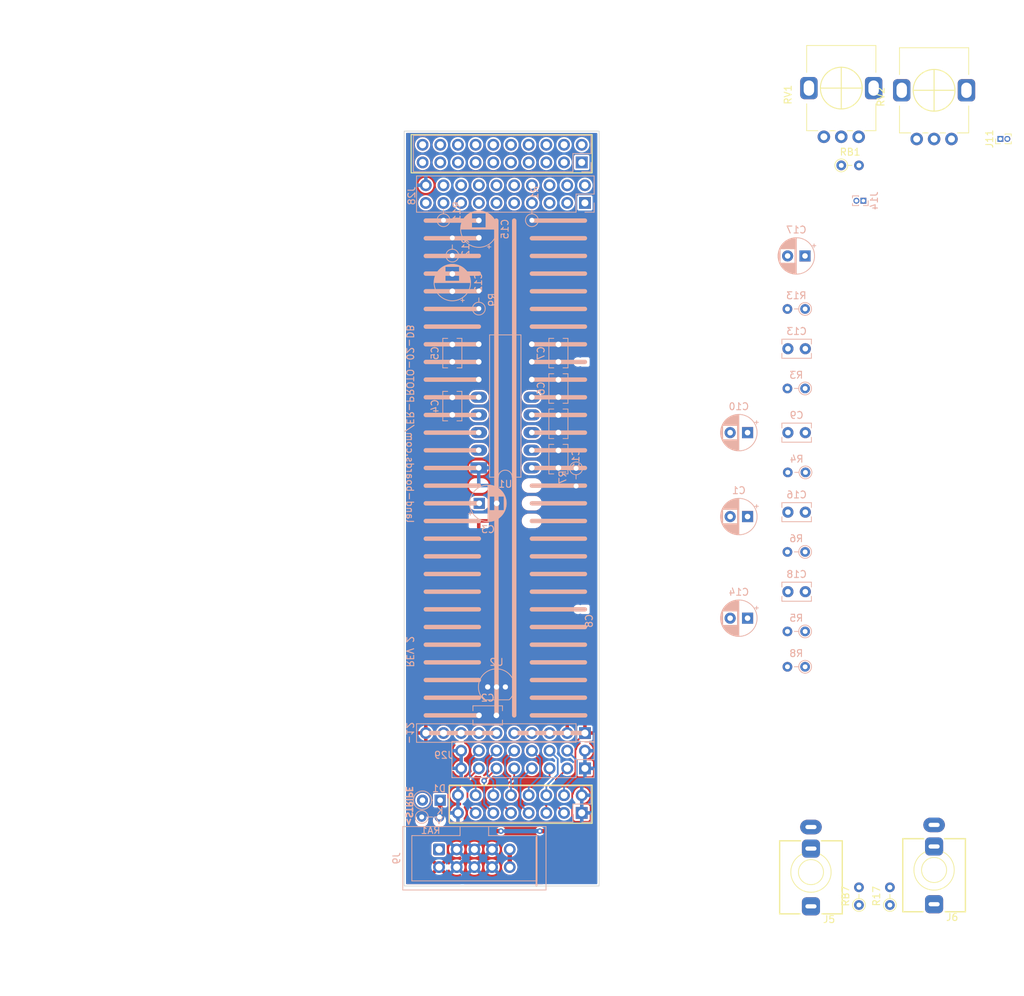
<source format=kicad_pcb>
(kicad_pcb (version 20211014) (generator pcbnew)
  (title_block (title "ER-PROTO-02") (date "2022-10-29") (rev "1") (company "LAND BOARDS, LLC") (comment 1 "EURORACK PROTOTYPE CARD") (comment 2 "6 POTS, 6 JACKS"))
  (layers (0 "F.Cu" signal) (31 "B.Cu" signal) (34 "B.Paste" user) (35 "F.Paste" user) (36 "B.SilkS" user "B.Silkscreen") (37 "F.SilkS" user "F.Silkscreen") (38 "B.Mask" user) (39 "F.Mask" user) (44 "Edge.Cuts" user))
  (net 0 "")
  (net 1 "Net-(C3-Pad1)")
  (net 2 "Net-(C4-Pad1)")
  (net 3 "Net-(C5-Pad1)")
  (net 4 "Net-(C6-Pad1)")
  (net 5 "Net-(C6-Pad2)")
  (net 6 "Net-(C7-Pad1)")
  (net 7 "Net-(C7-Pad2)")
  (net 8 "Net-(C8-Pad1)")
  (net 9 "Net-(C8-Pad2)")
  (net 10 "Net-(R3-Pad1)")
  (net 11 "Net-(C11-Pad1)")
  (net 12 "Net-(C11-Pad2)")
  (net 13 "/POT3-1")
  (net 14 "/POT3-2")
  (net 15 "/POT3-3")
  (net 16 "Net-(C12-Pad1)")
  (net 17 "/POT1-2")
  (net 18 "/POT1-3")
  (net 19 "/J1-T")
  (net 20 "/J2-T")
  (net 21 "/J3-T")
  (net 22 "/J4-T")
  (net 23 "GND")
  (net 24 "/J1-R_N")
  (net 25 "/J2-R_N")
  (net 26 "/J3-R_N")
  (net 27 "/J4-R_N")
  (net 28 "/J5-R_N")
  (net 29 "/J6-R_N")
  (net 30 "/J6-T")
  (net 31 "/J5-T")
  (net 32 "+12V")
  (net 33 "+5V")
  (net 34 "Net-(C14-Pad1)")
  (net 35 "/OUT")
  (net 36 "Net-(C15-Pad1)")
  (net 37 "Net-(C15-Pad2)")
  (net 38 "Net-(C17-Pad1)")
  (net 39 "/IN")
  (net 41 "Net-(J5-PadS)")
  (net 42 "Net-(J5-PadT)")
  (net 43 "Net-(J6-PadS)")
  (net 44 "Net-(J6-PadT)")
  (net 45 "Net-(J11-Pad1)")
  (net 46 "Net-(J11-Pad2)")
  (net 50 "Net-(J14-Pad1)")
  (net 54 "Net-(J8-Pad8)")
  (net 64 "Net-(J8-Pad18)")
  (net 65 "Net-(J8-Pad19)")
  (net 67 "unconnected-(J9-Pad2)")
  (net 72 "unconnected-(J15-Pad10)")
  (net 79 "/VCO")
  (net 86 "Net-(R1-Pad1)")
  (net 87 "Net-(D1-Pad2)")
  (net 88 "Net-(J7-Pad8)")
  (net 89 "+12VA")
  (net 90 "Net-(RB1-Pad1)")
  (net 91 "Net-(J7-Pad14)")
  (footprint "Connector_PinHeader_1.00mm:PinHeader_1x02_P1.00mm_Vertical" (layer "F.Cu") (at 184.15 11.115 90)
    (fp_text reference "J11" (at 0 -1.56 90) (layer "F.SilkS"))
    (fp_text value "JUMPER")
    (pad "1" thru_hole rect (at 0 0 90) (size 0.85 0.85) (drill 0.5) (layers *.Cu *.Mask) (net 45 "Net-(J11-Pad1)"))
    (pad "2" thru_hole oval (at 0 1 90) (size 0.85 0.85) (drill 0.5) (layers *.Cu *.Mask) (net 46 "Net-(J11-Pad2)"))
  )
  (footprint "Resistor_THT:R_Axial_DIN0204_L3.6mm_D1.6mm_P2.54mm_Vertical" (layer "F.Cu") (at 168.275 121.235 90)
    (fp_text reference "R17" (at 1.27 -1.92 90) (layer "F.SilkS"))
    (fp_text value "0")
    (pad "1" thru_hole circle (at 0 0 90) (size 1.4 1.4) (drill 0.7) (layers *.Cu *.Mask) (net 44 "Net-(J6-PadT)"))
    (pad "2" thru_hole oval (at 2.54 0 90) (size 1.4 1.4) (drill 0.7) (layers *.Cu *.Mask) (net 88 "Net-(J7-Pad8)"))
  )
  (footprint "Resistor_THT:R_Axial_DIN0204_L3.6mm_D1.6mm_P2.54mm_Vertical" (layer "F.Cu") (at 161.29 14.925)
    (fp_text reference "RB1" (at 1.27 -1.92) (layer "F.SilkS"))
    (fp_text value "18K")
    (pad "1" thru_hole circle (at 0 0) (size 1.4 1.4) (drill 0.7) (layers *.Cu *.Mask) (net 90 "Net-(RB1-Pad1)"))
    (pad "2" thru_hole oval (at 2.54 0) (size 1.4 1.4) (drill 0.7) (layers *.Cu *.Mask) (net 64 "Net-(J8-Pad18)"))
  )
  (footprint "LandBoards_Conns:RV09ACF" (layer "F.Cu") (at 174.625 4.13 90)
    (fp_text reference "RV2" (at -0.95 -7.65 90) (layer "F.SilkS"))
    (fp_text value "20K")
    (pad "" np_thru_hole roundrect (at 0 -4.65 90) (size 3.2 2.5) (drill oval 2.2 1.5) (layers F&B.Cu *.Mask))
    (pad "" np_thru_hole roundrect (at 0 4.65 90) (size 3.2 2.5) (drill oval 2.2 1.5) (layers F&B.Cu *.Mask) (roundrect_rratio 0.2314814815))
    (pad "1" thru_hole circle (at -7 2.5 90) (size 1.8 1.8) (drill 1) (layers *.Cu *.Mask) (net 54 "Net-(J8-Pad8)"))
    (pad "2" thru_hole circle (at -7 0 90) (size 1.8 1.8) (drill 1) (layers *.Cu *.Mask) (net 45 "Net-(J11-Pad1)"))
    (pad "3" thru_hole circle (at -7 -2.5 90) (size 1.8 1.8) (drill 1) (layers *.Cu *.Mask) (net 45 "Net-(J11-Pad1)"))
  )
  (footprint "AudioJacks:Jack_3.5mm_QingPu_WQP-PJ366ST_Vertical" (layer "F.Cu") (at 174.625 116.205 180)
    (fp_text reference "J6" (at -2.6 -6.8) (layer "F.SilkS"))
    (fp_text value "PJ-366ST")
    (pad "R" thru_hole roundrect locked (at 0 3.38 180) (size 2.6 2.6) (drill oval 1.6 0.6) (layers *.Cu *.Mask) (net 41 "Net-(J5-PadS)"))
    (pad "S" thru_hole oval locked (at 0 6.48 180) (size 3.1 2.1) (drill oval 1.6 0.6) (layers *.Cu *.Mask) (net 43 "Net-(J6-PadS)"))
    (pad "T" thru_hole roundrect locked (at 0 -4.92 180) (size 2.6 2.6) (drill oval 1.6 0.6) (layers *.Cu *.Mask) (net 44 "Net-(J6-PadT)"))
  )
  (footprint "AudioJacks:Jack_3.5mm_QingPu_WQP-PJ366ST_Vertical" (layer "F.Cu") (at 156.935 116.51 180)
    (fp_text reference "J5" (at -2.6 -6.8) (layer "F.SilkS"))
    (fp_text value "PJ-366ST")
    (pad "R" thru_hole roundrect locked (at 0 3.38 180) (size 2.6 2.6) (drill oval 1.6 0.6) (layers *.Cu *.Mask))
    (pad "S" thru_hole oval locked (at 0 6.48 180) (size 3.1 2.1) (drill oval 1.6 0.6) (layers *.Cu *.Mask) (net 41 "Net-(J5-PadS)"))
    (pad "T" thru_hole roundrect locked (at 0 -4.92 180) (size 2.6 2.6) (drill oval 1.6 0.6) (layers *.Cu *.Mask) (net 42 "Net-(J5-PadT)"))
  )
  (footprint "Resistor_THT:R_Axial_DIN0204_L3.6mm_D1.6mm_P2.54mm_Vertical" (layer "F.Cu") (at 163.83 121.235 90)
    (fp_text reference "RB7" (at 1.27 -1.92 90) (layer "F.SilkS"))
    (fp_text value "0")
    (pad "1" thru_hole circle (at 0 0 90) (size 1.4 1.4) (drill 0.7) (layers *.Cu *.Mask) (net 42 "Net-(J5-PadT)"))
    (pad "2" thru_hole oval (at 2.54 0 90) (size 1.4 1.4) (drill 0.7) (layers *.Cu *.Mask) (net 91 "Net-(J7-Pad14)"))
  )
  (footprint "LandBoards_Conns:RV09ACF" (layer "F.Cu") (at 161.29 3.815 90)
    (fp_text reference "RV1" (at -0.95 -7.65 90) (layer "F.SilkS"))
    (fp_text value "50K")
    (pad "" np_thru_hole roundrect (at 0 4.65 90) (size 3.2 2.5) (drill oval 2.2 1.5) (layers F&B.Cu *.Mask) (roundrect_rratio 0.2314814815))
    (pad "" np_thru_hole roundrect (at 0 -4.65 90) (size 3.2 2.5) (drill oval 2.2 1.5) (layers F&B.Cu *.Mask))
    (pad "1" thru_hole circle (at -7 2.5 90) (size 1.8 1.8) (drill 1) (layers *.Cu *.Mask) (net 50 "Net-(J14-Pad1)"))
    (pad "2" thru_hole circle (at -7 0 90) (size 1.8 1.8) (drill 1) (layers *.Cu *.Mask) (net 90 "Net-(RB1-Pad1)"))
    (pad "3" thru_hole circle (at -7 -2.5 90) (size 1.8 1.8) (drill 1) (layers *.Cu *.Mask) (net 65 "Net-(J8-Pad19)"))
  )
  (footprint "Resistor_THT:R_Axial_DIN0204_L3.6mm_D1.6mm_P2.54mm_Vertical" (layer "B.Cu") (at 101.015 108.585)
    (fp_text reference "RA1" (at 1.27 1.92) (layer "B.SilkS") (effects (justify mirror)))
    (fp_text value "10")
    (pad "1" thru_hole circle (at 0 0) (size 1.4 1.4) (drill 0.7) (layers *.Cu *.Mask) (net 87 "Net-(D1-Pad2)"))
    (pad "2" thru_hole oval (at 2.54 0) (size 1.4 1.4) (drill 0.7) (layers *.Cu *.Mask) (net 89 "+12VA"))
  )
  (footprint "Capacitor_THT:C_Rect_L4.0mm_W2.5mm_P2.50mm" (layer "B.Cu") (at 156.125112 76.2 180)
    (fp_text reference "C18" (at 1.25 2.5) (layer "B.SilkS") (effects (justify mirror)))
    (fp_text value "0.1uF")
    (pad "1" thru_hole circle (at 0 0 180) (size 1.6 1.6) (drill 0.8) (layers *.Cu *.Mask) (net 33 "+5V"))
    (pad "2" thru_hole circle (at 2.5 0 180) (size 1.6 1.6) (drill 0.8) (layers *.Cu *.Mask) (net 23 "GND"))
  )
  (footprint "Capacitor_THT:C_Rect_L4.0mm_W2.5mm_P2.50mm" (layer "B.Cu") (at 120.65 45.74 -90)
    (fp_text reference "C6" (at 1.25 2.5 90) (layer "B.SilkS") (effects (justify mirror)))
    (fp_text value "82nF")
    (pad "1" thru_hole circle (at 0 0 270) (size 1.6 1.6) (drill 0.8) (layers *.Cu *.Mask) (net 4 "Net-(C6-Pad1)"))
    (pad "2" thru_hole circle (at 2.5 0 270) (size 1.6 1.6) (drill 0.8) (layers *.Cu *.Mask) (net 5 "Net-(C6-Pad2)"))
  )
  (footprint "Package_DIP:DIP-16_W7.62mm_LongPads" (layer "B.Cu") (at 109.205 58.405)
    (fp_text reference "U1" (at 3.81 2.33) (layer "B.SilkS") (effects (justify mirror)))
    (fp_text value "PT2399")
    (pad "1" thru_hole rect (at 0 0) (size 2.4 1.6) (drill 0.8) (layers *.Cu *.Mask) (net 33 "+5V"))
    (pad "2" thru_hole oval (at 0 -2.54) (size 2.4 1.6) (drill 0.8) (layers *.Cu *.Mask) (net 1 "Net-(C3-Pad1)"))
    (pad "3" thru_hole oval (at 0 -5.08) (size 2.4 1.6) (drill 0.8) (layers *.Cu *.Mask) (net 23 "GND"))
    (pad "4" thru_hole oval (at 0 -7.62) (size 2.4 1.6) (drill 0.8) (layers *.Cu *.Mask) (net 23 "GND"))
    (pad "5" thru_hole oval (at 0 -10.16) (size 2.4 1.6) (drill 0.8) (layers *.Cu *.Mask))
    (pad "6" thru_hole oval (at 0 -12.7) (size 2.4 1.6) (drill 0.8) (layers *.Cu *.Mask) (net 86 "Net-(R1-Pad1)"))
    (pad "7" thru_hole oval (at 0 -15.24) (size 2.4 1.6) (drill 0.8) (layers *.Cu *.Mask) (net 2 "Net-(C4-Pad1)"))
    (pad "8" thru_hole oval (at 0 -17.78) (size 2.4 1.6) (drill 0.8) (layers *.Cu *.Mask) (net 3 "Net-(C5-Pad1)"))
    (pad "9" thru_hole oval (at 7.62 -17.78) (size 2.4 1.6) (drill 0.8) (layers *.Cu *.Mask) (net 6 "Net-(C7-Pad1)"))
    (pad "10" thru_hole oval (at 7.62 -15.24) (size 2.4 1.6) (drill 0.8) (layers *.Cu *.Mask) (net 7 "Net-(C7-Pad2)"))
    (pad "11" thru_hole oval (at 7.62 -12.7) (size 2.4 1.6) (drill 0.8) (layers *.Cu *.Mask) (net 4 "Net-(C6-Pad1)"))
    (pad "12" thru_hole oval (at 7.62 -10.16) (size 2.4 1.6) (drill 0.8) (layers *.Cu *.Mask) (net 5 "Net-(C6-Pad2)"))
    (pad "13" thru_hole oval (at 7.62 -7.62) (size 2.4 1.6) (drill 0.8) (layers *.Cu *.Mask) (net 9 "Net-(C8-Pad2)"))
    (pad "14" thru_hole oval (at 7.62 -5.08) (size 2.4 1.6) (drill 0.8) (layers *.Cu *.Mask) (net 8 "Net-(C8-Pad1)"))
    (pad "15" thru_hole oval (at 7.62 -2.54) (size 2.4 1.6) (drill 0.8) (layers *.Cu *.Mask) (net 12 "Net-(C11-Pad2)"))
    (pad "16" thru_hole oval (at 7.62 0) (size 2.4 1.6) (drill 0.8) (layers *.Cu *.Mask) (net 11 "Net-(C11-Pad1)"))
  )
  (footprint "Connector_PinHeader_2.54mm:PinHeader_2x10_P2.54mm_Vertical" (layer "B.Cu") (at 124.46 20.32 90)
    (fp_text reference "J28" (at 1.016 -24.892 90) (layer "B.SilkS") (effects (justify mirror)))
    (fp_text value "PROTO02_POTS")
    (pad "1" thru_hole rect (at 0 0 90) (size 1.7 1.7) (drill 1) (layers *.Cu *.Mask) (net 33 "+5V"))
    (pad "2" thru_hole oval (at 2.54 0 90) (size 1.7 1.7) (drill 1) (layers *.Cu *.Mask))
    (pad "3" thru_hole oval (at 0 -2.54 90) (size 1.7 1.7) (drill 1) (layers *.Cu *.Mask))
    (pad "4" thru_hole oval (at 2.54 -2.54 90) (size 1.7 1.7) (drill 1) (layers *.Cu *.Mask))
    (pad "5" thru_hole oval (at 0 -5.08 90) (size 1.7 1.7) (drill 1) (layers *.Cu *.Mask))
    (pad "6" thru_hole oval (at 2.54 -5.08 90) (size 1.7 1.7) (drill 1) (layers *.Cu *.Mask))
    (pad "7" thru_hole oval (at 0 -7.62 90) (size 1.7 1.7) (drill 1) (layers *.Cu *.Mask))
    (pad "8" thru_hole oval (at 2.54 -7.62 90) (size 1.7 1.7) (drill 1) (layers *.Cu *.Mask) (net 79 "/VCO"))
    (pad "9" thru_hole oval (at 0 -10.16 90) (size 1.7 1.7) (drill 1) (layers *.Cu *.Mask))
    (pad "10" thru_hole oval (at 2.54 -10.16 90) (size 1.7 1.7) (drill 1) (layers *.Cu *.Mask))
    (pad "11" thru_hole oval (at 0 -12.7 90) (size 1.7 1.7) (drill 1) (layers *.Cu *.Mask))
    (pad "12" thru_hole oval (at 2.54 -12.7 90) (size 1.7 1.7) (drill 1) (layers *.Cu *.Mask))
    (pad "13" thru_hole oval (at 0 -15.24 90) (size 1.7 1.7) (drill 1) (layers *.Cu *.Mask))
    (pad "14" thru_hole oval (at 2.54 -15.24 90) (size 1.7 1.7) (drill 1) (layers *.Cu *.Mask) (net 13 "/POT3-1"))
    (pad "15" thru_hole oval (at 0 -17.78 90) (size 1.7 1.7) (drill 1) (layers *.Cu *.Mask) (net 14 "/POT3-2"))
    (pad "16" thru_hole oval (at 2.54 -17.78 90) (size 1.7 1.7) (drill 1) (layers *.Cu *.Mask) (net 15 "/POT3-3"))
    (pad "17" thru_hole oval (at 0 -20.32 90) (size 1.7 1.7) (drill 1) (layers *.Cu *.Mask))
    (pad "18" thru_hole oval (at 2.54 -20.32 90) (size 1.7 1.7) (drill 1) (layers *.Cu *.Mask) (net 17 "/POT1-2"))
    (pad "19" thru_hole oval (at 0 -22.86 90) (size 1.7 1.7) (drill 1) (layers *.Cu *.Mask) (net 18 "/POT1-3"))
    (pad "20" thru_hole oval (at 2.54 -22.86 90) (size 1.7 1.7) (drill 1) (layers *.Cu *.Mask) (net 23 "GND"))
  )
  (footprint "Resistor_THT:R_Axial_DIN0204_L3.6mm_D1.6mm_P2.54mm_Vertical" (layer "B.Cu") (at 116.84 22.81 90)
    (fp_text reference "R1" (at 3.985 0.407 90) (layer "B.SilkS") (effects (justify mirror)))
    (fp_text value "1K")
    (pad "1" thru_hole circle (at 0 0 90) (size 1.4 1.4) (drill 0.7) (layers *.Cu *.Mask) (net 86 "Net-(R1-Pad1)"))
    (pad "2" thru_hole oval (at 2.54 0 90) (size 1.4 1.4) (drill 0.7) (layers *.Cu *.Mask) (net 79 "/VCO"))
  )
  (footprint "Resistor_THT:R_Axial_DIN0204_L3.6mm_D1.6mm_P2.54mm_Vertical" (layer "B.Cu") (at 109.22 35.51 90)
    (fp_text reference "R9" (at 1.27 1.92 90) (layer "B.SilkS") (effects (justify mirror)))
    (fp_text value "5.6K")
    (pad "1" thru_hole circle (at 0 0 90) (size 1.4 1.4) (drill 0.7) (layers *.Cu *.Mask) (net 8 "Net-(C8-Pad1)"))
    (pad "2" thru_hole oval (at 2.54 0 90) (size 1.4 1.4) (drill 0.7) (layers *.Cu *.Mask) (net 16 "Net-(C12-Pad1)"))
  )
  (footprint "Resistor_THT:R_Axial_DIN0204_L3.6mm_D1.6mm_P2.54mm_Vertical" (layer "B.Cu") (at 123.19 58.47 -90)
    (fp_text reference "R7" (at 1.27 1.92 90) (layer "B.SilkS") (effects (justify mirror)))
    (fp_text value "10K")
    (pad "1" thru_hole circle (at 0 0 270) (size 1.4 1.4) (drill 0.7) (layers *.Cu *.Mask) (net 11 "Net-(C11-Pad1)"))
    (pad "2" thru_hole oval (at 2.54 0 270) (size 1.4 1.4) (drill 0.7) (layers *.Cu *.Mask) (net 36 "Net-(C15-Pad1)"))
  )
  (footprint "Resistor_THT:R_Axial_DIN0204_L3.6mm_D1.6mm_P2.54mm_Vertical" (layer "B.Cu") (at 156.095112 70.485 180)
    (fp_text reference "R6" (at 1.27 1.92) (layer "B.SilkS") (effects (justify mirror)))
    (fp_text value "10K")
    (pad "1" thru_hole circle (at 0 0 180) (size 1.4 1.4) (drill 0.7) (layers *.Cu *.Mask) (net 12 "Net-(C11-Pad2)"))
    (pad "2" thru_hole oval (at 2.54 0 180) (size 1.4 1.4) (drill 0.7) (layers *.Cu *.Mask) (net 36 "Net-(C15-Pad1)"))
  )
  (footprint "Resistor_THT:R_Axial_DIN0204_L3.6mm_D1.6mm_P2.54mm_Vertical" (layer "B.Cu") (at 105.41 27.89 90)
    (fp_text reference "R12" (at 1.27 1.92 90) (layer "B.SilkS") (effects (justify mirror)))
    (fp_text value "15K")
    (pad "1" thru_hole circle (at 0 0 90) (size 1.4 1.4) (drill 0.7) (layers *.Cu *.Mask) (net 38 "Net-(C17-Pad1)"))
    (pad "2" thru_hole oval (at 2.54 0 90) (size 1.4 1.4) (drill 0.7) (layers *.Cu *.Mask) (net 36 "Net-(C15-Pad1)"))
  )
  (footprint "Capacitor_THT:CP_Radial_D5.0mm_P2.50mm" (layer "B.Cu") (at 147.825224 65.405 180)
    (fp_text reference "C1" (at 1.25 3.75) (layer "B.SilkS") (effects (justify mirror)))
    (fp_text value "47uF")
    (pad "1" thru_hole rect (at 0 0 180) (size 1.6 1.6) (drill 0.8) (layers *.Cu *.Mask) (net 32 "+12V"))
    (pad "2" thru_hole circle (at 2.5 0 180) (size 1.6 1.6) (drill 0.8) (layers *.Cu *.Mask) (net 23 "GND"))
  )
  (footprint "Capacitor_THT:C_Rect_L4.0mm_W2.5mm_P2.50mm" (layer "B.Cu") (at 156.125112 64.77 180)
    (fp_text reference "C16" (at 1.25 2.5) (layer "B.SilkS") (effects (justify mirror)))
    (fp_text value "3.3nF")
    (pad "1" thru_hole circle (at 0 0 180) (size 1.6 1.6) (drill 0.8) (layers *.Cu *.Mask) (net 36 "Net-(C15-Pad1)"))
    (pad "2" thru_hole circle (at 2.5 0 180) (size 1.6 1.6) (drill 0.8) (layers *.Cu *.Mask) (net 23 "GND"))
  )
  (footprint "Connector_PinHeader_1.00mm:PinHeader_1x02_P1.00mm_Vertical" (layer "B.Cu") (at 164.465 20.005 90)
    (fp_text reference "J14" (at 0 1.56 270) (layer "B.SilkS") (effects (justify mirror)))
    (fp_text value "JUMPER")
    (pad "1" thru_hole rect (at 0 0 90) (size 0.85 0.85) (drill 0.5) (layers *.Cu *.Mask) (net 50 "Net-(J14-Pad1)"))
    (pad "2" thru_hole oval (at 0 -1 90) (size 0.85 0.85) (drill 0.5) (layers *.Cu *.Mask) (net 46 "Net-(J11-Pad2)"))
  )
  (footprint "Resistor_THT:R_Axial_DIN0204_L3.6mm_D1.6mm_P2.54mm_Vertical" (layer "B.Cu") (at 156.095112 86.995 180)
    (fp_text reference "R8" (at 1.27 1.92) (layer "B.SilkS") (effects (justify mirror)))
    (fp_text value "4.7K")
    (pad "1" thru_hole circle (at 0 0 180) (size 1.4 1.4) (drill 0.7) (layers *.Cu *.Mask) (net 12 "Net-(C11-Pad2)"))
    (pad "2" thru_hole oval (at 2.54 0 180) (size 1.4 1.4) (drill 0.7) (layers *.Cu *.Mask) (net 34 "Net-(C14-Pad1)"))
  )
  (footprint "Resistor_THT:R_Axial_DIN0204_L3.6mm_D1.6mm_P2.54mm_Vertical" (layer "B.Cu") (at 156.095112 46.99 180)
    (fp_text reference "R3" (at 1.27 1.92) (layer "B.SilkS") (effects (justify mirror)))
    (fp_text value "10K")
    (pad "1" thru_hole circle (at 0 0 180) (size 1.4 1.4) (drill 0.7) (layers *.Cu *.Mask) (net 10 "Net-(R3-Pad1)"))
    (pad "2" thru_hole oval (at 2.54 0 180) (size 1.4 1.4) (drill 0.7) (layers *.Cu *.Mask) (net 5 "Net-(C6-Pad2)"))
  )
  (footprint "Capacitor_THT:CP_Radial_D5.0mm_P2.50mm" (layer "B.Cu") (at 109.284888 63.5)
    (fp_text reference "C3" (at 1.25 3.75) (layer "B.SilkS") (effects (justify mirror)))
    (fp_text value "47uF")
    (pad "1" thru_hole rect (at 0 0) (size 1.6 1.6) (drill 0.8) (layers *.Cu *.Mask) (net 1 "Net-(C3-Pad1)"))
    (pad "2" thru_hole circle (at 2.5 0) (size 1.6 1.6) (drill 0.8) (layers *.Cu *.Mask) (net 23 "GND"))
  )
  (footprint "Connector_PinHeader_2.54mm:PinHeader_2x08_P2.54mm_Vertical" (layer "B.Cu") (at 124.46 101.6 90)
    (fp_text reference "J29" (at 1.905 -20.32 180) (layer "B.SilkS") (effects (justify mirror)))
    (fp_text value "PROTO02_JACKS")
    (pad "1" thru_hole rect (at 0 0 90) (size 1.7 1.7) (drill 1) (layers *.Cu *.Mask) (net 23 "GND"))
    (pad "2" thru_hole oval (at 2.54 0 90) (size 1.7 1.7) (drill 1) (layers *.Cu *.Mask) (net 23 "GND"))
    (pad "3" thru_hole oval (at 0 -2.54 90) (size 1.7 1.7) (drill 1) (layers *.Cu *.Mask) (net 29 "/J6-R_N"))
    (pad "4" thru_hole oval (at 2.54 -2.54 90) (size 1.7 1.7) (drill 1) (layers *.Cu *.Mask) (net 30 "/J6-T"))
    (pad "5" thru_hole oval (at 0 -5.08 90) (size 1.7 1.7) (drill 1) (layers *.Cu *.Mask) (net 27 "/J4-R_N"))
    (pad "6" thru_hole oval (at 2.54 -5.08 90) (size 1.7 1.7) (drill 1) (layers *.Cu *.Mask) (net 22 "/J4-T"))
    (pad "7" thru_hole oval (at 0 -7.62 90) (size 1.7 1.7) (drill 1) (layers *.Cu *.Mask) (net 25 "/J2-R_N"))
    (pad "8" thru_hole oval (at 2.54 -7.62 90) (size 1.7 1.7) (drill 1) (layers *.Cu *.Mask) (net 20 "/J2-T"))
    (pad "9" thru_hole oval (at 0 -10.16 90) (size 1.7 1.7) (drill 1) (layers *.Cu *.Mask) (net 24 "/J1-R_N"))
    (pad "10" thru_hole oval (at 2.54 -10.16 90) (size 1.7 1.7) (drill 1) (layers *.Cu *.Mask) (net 19 "/J1-T"))
    (pad "11" thru_hole oval (at 0 -12.7 90) (size 1.7 1.7) (drill 1) (layers *.Cu *.Mask) (net 26 "/J3-R_N"))
    (pad "12" thru_hole oval (at 2.54 -12.7 90) (size 1.7 1.7) (drill 1) (layers *.Cu *.Mask) (net 21 "/J3-T"))
    (pad "13" thru_hole oval (at 0 -15.24 90) (size 1.7 1.7) (drill 1) (layers *.Cu *.Mask) (net 28 "/J5-R_N"))
    (pad "14" thru_hole oval (at 2.54 -15.24 90) (size 1.7 1.7) (drill 1) (layers *.Cu *.Mask) (net 31 "/J5-T"))
    (pad "15" thru_hole oval (at 0 -17.78 90) (size 1.7 1.7) (drill 1) (layers *.Cu *.Mask) (net 23 "GND"))
    (pad "16" thru_hole oval (at 2.54 -17.78 90) (size 1.7 1.7) (drill 1) (layers *.Cu *.Mask) (net 23 "GND"))
  )
  (footprint "Resistor_THT:R_Axial_DIN0204_L3.6mm_D1.6mm_P2.54mm_Vertical" (layer "B.Cu") (at 156.095112 35.56 180)
    (fp_text reference "R13" (at 1.27 1.92) (layer "B.SilkS") (effects (justify mirror)))
    (fp_text value "100K")
    (pad "1" thru_hole circle (at 0 0 180) (size 1.4 1.4) (drill 0.7) (layers *.Cu *.Mask) (net 23 "GND"))
    (pad "2" thru_hole oval (at 2.54 0 180) (size 1.4 1.4) (drill 0.7) (layers *.Cu *.Mask) (net 39 "/IN"))
  )
  (footprint "Package_TO_SOT_THT:TO-92_Inline" (layer "B.Cu") (at 113.03 89.895 180)
    (fp_text reference "U2" (at 1.27 3.56) (layer "B.SilkS") (effects (justify mirror)))
    (fp_text value "L78L05_TO92")
    (pad "1" thru_hole rect (at 0 0 180) (size 1.05 1.5) (drill 0.75) (layers *.Cu *.Mask) (net 33 "+5V"))
    (pad "2" thru_hole oval (at 1.27 0 180) (size 1.05 1.5) (drill 0.75) (layers *.Cu *.Mask) (net 23 "GND"))
    (pad "3" thru_hole oval (at 2.54 0 180) (size 1.05 1.5) (drill 0.75) (layers *.Cu *.Mask) (net 32 "+12V"))
  )
  (footprint "Capacitor_THT:CP_Radial_D5.0mm_P2.50mm" (layer "B.Cu") (at 105.41 33.02 90)
    (fp_text reference "C12" (at 1.25 3.75 90) (layer "B.SilkS") (effects (justify mirror)))
    (fp_text value "10uF")
    (pad "1" thru_hole rect (at 0 0 90) (size 1.6 1.6) (drill 0.8) (layers *.Cu *.Mask) (net 16 "Net-(C12-Pad1)"))
    (pad "2" thru_hole circle (at 2.5 0 90) (size 1.6 1.6) (drill 0.8) (layers *.Cu *.Mask) (net 18 "/POT1-3"))
  )
  (footprint "Capacitor_THT:C_Rect_L4.0mm_W2.5mm_P2.50mm" (layer "B.Cu") (at 120.65 40.66 -90)
    (fp_text reference "C7" (at 1.25 2.5 90) (layer "B.SilkS") (effects (justify mirror)))
    (fp_text value "82nF")
    (pad "1" thru_hole circle (at 0 0 270) (size 1.6 1.6) (drill 0.8) (layers *.Cu *.Mask) (net 6 "Net-(C7-Pad1)"))
    (pad "2" thru_hole circle (at 2.5 0 270) (size 1.6 1.6) (drill 0.8) (layers *.Cu *.Mask) (net 7 "Net-(C7-Pad2)"))
  )
  (footprint "Capacitor_THT:CP_Radial_D5.0mm_P2.50mm" (layer "B.Cu") (at 156.080224 27.94 180)
    (fp_text reference "C17" (at 1.25 3.75) (layer "B.SilkS") (effects (justify mirror)))
    (fp_text value "4.7uF")
    (pad "1" thru_hole rect (at 0 0 180) (size 1.6 1.6) (drill 0.8) (layers *.Cu *.Mask) (net 38 "Net-(C17-Pad1)"))
    (pad "2" thru_hole circle (at 2.5 0 180) (size 1.6 1.6) (drill 0.8) (layers *.Cu *.Mask) (net 39 "/IN"))
  )
  (footprint "Capacitor_THT:C_Rect_L4.0mm_W2.5mm_P2.50mm" (layer "B.Cu") (at 156.125112 53.34 180)
    (fp_text reference "C9" (at 1.25 2.5) (layer "B.SilkS") (effects (justify mirror)))
    (fp_text value "3.3nF")
    (pad "1" thru_hole circle (at 0 0 180) (size 1.6 1.6) (drill 0.8) (layers *.Cu *.Mask) (net 10 "Net-(R3-Pad1)"))
    (pad "2" thru_hole circle (at 2.5 0 180) (size 1.6 1.6) (drill 0.8) (layers *.Cu *.Mask) (net 23 "GND"))
  )
  (footprint "Connector_IDC:IDC-Header_2x05_P2.54mm_Vertical" (layer "B.Cu") (at 103.5 113.2475 -90)
    (fp_text reference "J9" (at 1.27 6.1 90) (layer "B.SilkS") (effects (justify mirror)))
    (fp_text value "ER-PWR-2X5")
    (pad "1" thru_hole roundrect (at 0 0 270) (size 1.7 1.7) (drill 1) (layers *.Cu *.Mask) (roundrect_rratio 0.147059))
    (pad "2" thru_hole circle (at 2.54 0 270) (size 1.7 1.7) (drill 1) (layers *.Cu *.Mask) (net 67 "unconnected-(J9-Pad2)"))
    (pad "3" thru_hole circle (at 0 -2.54 270) (size 1.7 1.7) (drill 1) (layers *.Cu *.Mask) (net 23 "GND"))
    (pad "4" thru_hole circle (at 2.54 -2.54 270) (size 1.7 1.7) (drill 1) (layers *.Cu *.Mask) (net 23 "GND"))
    (pad "5" thru_hole circle (at 0 -5.08 270) (size 1.7 1.7) (drill 1) (layers *.Cu *.Mask) (net 23 "GND"))
    (pad "6" thru_hole circle (at 2.54 -5.08 270) (size 1.7 1.7) (drill 1) (layers *.Cu *.Mask) (net 23 "GND"))
    (pad "7" thru_hole circle (at 0 -7.62 270) (size 1.7 1.7) (drill 1) (layers *.Cu *.Mask) (net 23 "GND"))
    (pad "8" thru_hole circle (at 2.54 -7.62 270) (size 1.7 1.7) (drill 1) (layers *.Cu *.Mask) (net 23 "GND"))
    (pad "9" thru_hole circle (at 0 -10.16 270) (size 1.7 1.7) (drill 1) (layers *.Cu *.Mask) (net 89 "+12VA"))
    (pad "10" thru_hole circle (at 2.54 -10.16 270) (size 1.7 1.7) (drill 1) (layers *.Cu *.Mask) (net 89 "+12VA"))
  )
  (footprint "Capacitor_THT:C_Rect_L4.0mm_W2.5mm_P2.50mm" (layer "B.Cu") (at 120.65 58.4 90)
    (fp_text reference "C11" (at 1.25 2.5 90) (layer "B.SilkS") (effects (justify mirror)))
    (fp_text value "560pF")
    (pad "1" thru_hole circle (at 0 0 90) (size 1.6 1.6) (drill 0.8) (layers *.Cu *.Mask) (net 11 "Net-(C11-Pad1)"))
    (pad "2" thru_hole circle (at 2.5 0 90) (size 1.6 1.6) (drill 0.8) (layers *.Cu *.Mask) (net 12 "Net-(C11-Pad2)"))
  )
  (footprint "Capacitor_THT:CP_Radial_D5.0mm_P2.50mm" (layer "B.Cu") (at 147.825224 53.34 180)
    (fp_text reference "C10" (at 1.25 3.75) (layer "B.SilkS") (effects (justify mirror)))
    (fp_text value "100uF")
    (pad "1" thru_hole rect (at 0 0 180) (size 1.6 1.6) (drill 0.8) (layers *.Cu *.Mask) (net 33 "+5V"))
    (pad "2" thru_hole circle (at 2.5 0 180) (size 1.6 1.6) (drill 0.8) (layers *.Cu *.Mask) (net 23 "GND"))
  )
  (footprint "Capacitor_THT:CP_Radial_D5.0mm_P2.50mm" (layer "B.Cu") (at 147.825224 80.01 180)
    (fp_text reference "C14" (at 1.25 3.75) (layer "B.SilkS") (effects (justify mirror)))
    (fp_text value "10uF")
    (pad "1" thru_hole rect (at 0 0 180) (size 1.6 1.6) (drill 0.8) (layers *.Cu *.Mask) (net 34 "Net-(C14-Pad1)"))
    (pad "2" thru_hole circle (at 2.5 0 180) (size 1.6 1.6) (drill 0.8) (layers *.Cu *.Mask) (net 35 "/OUT"))
  )
  (footprint "Capacitor_THT:C_Rect_L4.0mm_W2.5mm_P2.50mm" (layer "B.Cu") (at 105.41 40.66 -90)
    (fp_text reference "C5" (at 1.25 2.5 90) (layer "B.SilkS") (effects (justify mirror)))
    (fp_text value "0.1uF")
    (pad "1" thru_hole circle (at 0 0 270) (size 1.6 1.6) (drill 0.8) (layers *.Cu *.Mask) (net 3 "Net-(C5-Pad1)"))
    (pad "2" thru_hole circle (at 2.5 0 270) (size 1.6 1.6) (drill 0.8) (layers *.Cu *.Mask) (net 23 "GND"))
  )
  (footprint "Resistor_THT:R_Axial_DIN0204_L3.6mm_D1.6mm_P2.54mm_Vertical" (layer "B.Cu") (at 156.145112 59.055 180)
    (fp_text reference "R4" (at 1.27 1.92) (layer "B.SilkS") (effects (justify mirror)))
    (fp_text value "10K")
    (pad "1" thru_hole circle (at 0 0 180) (size 1.4 1.4) (drill 0.7) (layers *.Cu *.Mask) (net 10 "Net-(R3-Pad1)"))
    (pad "2" thru_hole oval (at 2.54 0 180) (size 1.4 1.4) (drill 0.7) (layers *.Cu *.Mask) (net 9 "Net-(C8-Pad2)"))
  )
  (footprint "Capacitor_THT:C_Rect_L4.0mm_W2.5mm_P2.50mm" (layer "B.Cu") (at 105.41 48.28 -90)
    (fp_text reference "C4" (at 1.25 2.5 90) (layer "B.SilkS") (effects (justify mirror)))
    (fp_text value "0.1uF")
    (pad "1" thru_hole circle (at 0 0 270) (size 1.6 1.6) (drill 0.8) (layers *.Cu *.Mask) (net 2 "Net-(C4-Pad1)"))
    (pad "2" thru_hole circle (at 2.5 0 270) (size 1.6 1.6) (drill 0.8) (layers *.Cu *.Mask) (net 23 "GND"))
  )
  (footprint "Capacitor_THT:CP_Radial_D5.0mm_P2.50mm" (layer "B.Cu") (at 109.22 25.335113 90)
    (fp_text reference "C15" (at 1.25 3.75 90) (layer "B.SilkS") (effects (justify mirror)))
    (fp_text value "4.7uF")
    (pad "1" thru_hole rect (at 0 0 90) (size 1.6 1.6) (drill 0.8) (layers *.Cu *.Mask) (net 36 "Net-(C15-Pad1)"))
    (pad "2" thru_hole circle (at 2.5 0 90) (size 1.6 1.6) (drill 0.8) (layers *.Cu *.Mask) (net 37 "Net-(C15-Pad2)"))
  )
  (footprint "Resistor_THT:R_Axial_DIN0204_L3.6mm_D1.6mm_P2.54mm_Vertical" (layer "B.Cu") (at 156.095112 81.915 180)
    (fp_text reference "R5" (at 1.27 1.92) (layer "B.SilkS") (effects (justify mirror)))
    (fp_text value "15K")
    (pad "1" thru_hole circle (at 0 0 180) (size 1.4 1.4) (drill 0.7) (layers *.Cu *.Mask) (net 10 "Net-(R3-Pad1)"))
    (pad "2" thru_hole oval (at 2.54 0 180) (size 1.4 1.4) (drill 0.7) (layers *.Cu *.Mask) (net 8 "Net-(C8-Pad1)"))
  )
  (footprint "Diode_THT:D_DO-35_SOD27_P2.54mm_Vertical_KathodeUp" (layer "B.Cu") (at 103.660686 106.172 180)
    (fp_text reference "D1" (at 0.160686 1.672 180) (layer "B.SilkS") (effects (justify mirror)))
    (fp_text value "BAT41")
    (fp_text user "K" (at 0.028686 -1.524) (layer "B.SilkS") (effects (justify mirror)))
    (pad "1" thru_hole rect (at 0 0 180) (size 1.6 1.6) (drill 0.8) (layers *.Cu *.Mask) (net 32 "+12V"))
    (pad "2" thru_hole oval (at 2.54 0 180) (size 1.6 1.6) (drill 0.8) (layers *.Cu *.Mask) (net 87 "Net-(D1-Pad2)"))
  )
  (footprint "Connector_PinHeader_2.54mm:PinHeader_2x10_P2.54mm_Vertical" (layer "B.Cu") (at 124 14.5 90)
    (fp_text reference "J8" hide)
    (fp_text value "PROTO02_POTS")
    (pad "1" thru_hole rect (at 0 0 90) (size 1.7 1.7) (drill 1) (layers *.Cu *.Mask) (net 46 "Net-(J11-Pad2)"))
    (pad "2" thru_hole oval (at 2.54 0 90) (size 1.7 1.7) (drill 1) (layers *.Cu *.Mask))
    (pad "3" thru_hole oval (at 0 -2.54 90) (size 1.7 1.7) (drill 1) (layers *.Cu *.Mask))
    (pad "4" thru_hole oval (at 2.54 -2.54 90) (size 1.7 1.7) (drill 1) (layers *.Cu *.Mask))
    (pad "5" thru_hole oval (at 0 -5.08 90) (size 1.7 1.7) (drill 1) (layers *.Cu *.Mask))
    (pad "6" thru_hole oval (at 2.54 -5.08 90) (size 1.7 1.7) (drill 1) (layers *.Cu *.Mask))
    (pad "7" thru_hole oval (at 0 -7.62 90) (size 1.7 1.7) (drill 1) (layers *.Cu *.Mask))
    (pad "8" thru_hole oval (at 2.54 -7.62 90) (size 1.7 1.7) (drill 1) (layers *.Cu *.Mask) (net 54 "Net-(J8-Pad8)"))
    (pad "9" thru_hole oval (at 0 -10.16 90) (size 1.7 1.7) (drill 1) (layers *.Cu *.Mask))
    (pad "10" thru_hole oval (at 2.54 -10.16 90) (size 1.7 1.7) (drill 1) (layers *.Cu *.Mask))
    (pad "11" thru_hole oval (at 0 -12.7 90) (size 1.7 1.7) (drill 1) (layers *.Cu *.Mask))
    (pad "12" thru_hole oval (at 2.54 -12.7 90) (size 1.7 1.7) (drill 1) (layers *.Cu *.Mask))
    (pad "13" thru_hole oval (at 0 -15.24 90) (size 1.7 1.7) (drill 1) (layers *.Cu *.Mask))
    (pad "14" thru_hole oval (at 2.54 -15.24 90) (size 1.7 1.7) (drill 1) (layers *.Cu *.Mask))
    (pad "15" thru_hole oval (at 0 -17.78 90) (size 1.7 1.7) (drill 1) (layers *.Cu *.Mask))
    (pad "16" thru_hole oval (at 2.54 -17.78 90) (size 1.7 1.7) (drill 1) (layers *.Cu *.Mask))
    (pad "17" thru_hole oval (at 0 -20.32 90) (size 1.7 1.7) (drill 1) (layers *.Cu *.Mask))
    (pad "18" thru_hole oval (at 2.54 -20.32 90) (size 1.7 1.7) (drill 1) (layers *.Cu *.Mask) (net 64 "Net-(J8-Pad18)"))
    (pad "19" thru_hole oval (at 0 -22.86 90) (size 1.7 1.7) (drill 1) (layers *.Cu *.Mask) (net 65 "Net-(J8-Pad19)"))
    (pad "20" thru_hole oval (at 2.54 -22.86 90) (size 1.7 1.7) (drill 1) (layers *.Cu *.Mask) (net 46 "Net-(J11-Pad2)"))
  )
  (footprint "Connector_PinHeader_2.54mm:PinHeader_2x08_P2.54mm_Vertical" (layer "B.Cu") (at 124 108 90)
    (fp_text reference "J7" hide)
    (fp_text value "PROTO02_JACKS")
    (pad "1" thru_hole rect (at 0 0 90) (size 1.7 1.7) (drill 1) (layers *.Cu *.Mask) (net 23 "GND"))
    (pad "2" thru_hole oval (at 2.54 0 90) (size 1.7 1.7) (drill 1) (layers *.Cu *.Mask) (net 23 "GND"))
    (pad "3" thru_hole oval (at 0 -2.54 90) (size 1.7 1.7) (drill 1) (layers *.Cu *.Mask) (net 29 "/J6-R_N"))
    (pad "4" thru_hole oval (at 2.54 -2.54 90) (size 1.7 1.7) (drill 1) (layers *.Cu *.Mask) (net 30 "/J6-T"))
    (pad "5" thru_hole oval (at 0 -5.08 90) (size 1.7 1.7) (drill 1) (layers *.Cu *.Mask) (net 27 "/J4-R_N"))
    (pad "6" thru_hole oval (at 2.54 -5.08 90) (size 1.7 1.7) (drill 1) (layers *.Cu *.Mask) (net 22 "/J4-T"))
    (pad "7" thru_hole oval (at 0 -7.62 90) (size 1.7 1.7) (drill 1) (layers *.Cu *.Mask) (net 25 "/J2-R_N"))
    (pad "8" thru_hole oval (at 2.54 -7.62 90) (size 1.7 1.7) (drill 1) (layers *.Cu *.Mask) (net 20 "/J2-T"))
    (pad "9" thru_hole oval (at 0 -10.16 90) (size 1.7 1.7) (drill 1) (layers *.Cu *.Mask) (net 24 "/J1-R_N"))
    (pad "10" thru_hole oval (at 2.54 -10.16 90) (size 1.7 1.7) (drill 1) (layers *.Cu *.Mask) (net 19 "/J1-T"))
    (pad "11" thru_hole oval (at 0 -12.7 90) (size 1.7 1.7) (drill 1) (layers *.Cu *.Mask) (net 26 "/J3-R_N"))
    (pad "12" thru_hole oval (at 2.54 -12.7 90) (size 1.7 1.7) (drill 1) (layers *.Cu *.Mask) (net 21 "/J3-T"))
    (pad "13" thru_hole oval (at 0 -15.24 90) (size 1.7 1.7) (drill 1) (layers *.Cu *.Mask) (net 28 "/J5-R_N"))
    (pad "14" thru_hole oval (at 2.54 -15.24 90) (size 1.7 1.7) (drill 1) (layers *.Cu *.Mask) (net 31 "/J5-T"))
    (pad "15" thru_hole oval (at 0 -17.78 90) (size 1.7 1.7) (drill 1) (layers *.Cu *.Mask) (net 23 "GND"))
    (pad "16" thru_hole oval (at 2.54 -17.78 90) (size 1.7 1.7) (drill 1) (layers *.Cu *.Mask) (net 23 "GND"))
  )
  (footprint "Connector_PinHeader_2.54mm:PinHeader_1x10_P2.54mm_Vertical" (layer "B.Cu") (at 124.46 96.52 90)
    (fp_text reference "J15" hide)
    (fp_text value "Conn_01x10")
    (pad "1" thru_hole rect (at 0 0 90) (size 1.7 1.7) (drill 1) (layers *.Cu *.Mask) (net 32 "+12V"))
    (pad "2" thru_hole oval (at 0 -2.54 90) (size 1.7 1.7) (drill 1) (layers *.Cu *.Mask) (net 32 "+12V"))
    (pad "3" thru_hole oval (at 0 -5.08 90) (size 1.7 1.7) (drill 1) (layers *.Cu *.Mask) (net 32 "+12V"))
    (pad "4" thru_hole oval (at 0 -7.62 90) (size 1.7 1.7) (drill 1) (layers *.Cu *.Mask) (net 32 "+12V"))
    (pad "5" thru_hole oval (at 0 -10.16 90) (size 1.7 1.7) (drill 1) (layers *.Cu *.Mask) (net 32 "+12V"))
    (pad "6" thru_hole oval (at 0 -12.7 90) (size 1.7 1.7) (drill 1) (layers *.Cu *.Mask))
    (pad "7" thru_hole oval (at 0 -15.24 90) (size 1.7 1.7) (drill 1) (layers *.Cu *.Mask))
    (pad "8" thru_hole oval (at 0 -17.78 90) (size 1.7 1.7) (drill 1) (layers *.Cu *.Mask))
    (pad "9" thru_hole oval (at 0 -20.32 90) (size 1.7 1.7) (drill 1) (layers *.Cu *.Mask))
    (pad "10" thru_hole oval (at 0 -22.86 90) (size 1.7 1.7) (drill 1) (layers *.Cu *.Mask) (net 72 "unconnected-(J15-Pad10)"))
  )
  (footprint "Capacitor_THT:C_Rect_L4.0mm_W2.5mm_P2.50mm" (layer "B.Cu") (at 156.125112 41.275 180)
    (fp_text reference "C13" (at 1.25 2.5) (layer "B.SilkS") (effects (justify mirror)))
    (fp_text value "0.01uF")
    (pad "1" thru_hole circle (at 0 0 180) (size 1.6 1.6) (drill 0.8) (layers *.Cu *.Mask) (net 16 "Net-(C12-Pad1)"))
    (pad "2" thru_hole circle (at 2.5 0 180) (size 1.6 1.6) (drill 0.8) (layers *.Cu *.Mask) (net 23 "GND"))
  )
  (footprint "Capacitor_THT:C_Rect_L4.0mm_W2.5mm_P2.50mm" (layer "B.Cu") (at 111.74 93.98 180)
    (fp_text reference "C2" (at 1.25 2.5) (layer "B.SilkS") (effects (justify mirror)))
    (fp_text value "0.1uF")
    (pad "1" thru_hole circle (at 0 0 180) (size 1.6 1.6) (drill 0.8) (layers *.Cu *.Mask) (net 32 "+12V"))
    (pad "2" thru_hole circle (at 2.5 0 180) (size 1.6 1.6) (drill 0.8) (layers *.Cu *.Mask) (net 23 "GND"))
  )
  (footprint "Resistor_THT:R_Axial_DIN0204_L3.6mm_D1.6mm_P2.54mm_Vertical" (layer "B.Cu") (at 104.14 22.81 90)
    (fp_text reference "R11" (at 1.27 1.92 90) (layer "B.SilkS") (effects (justify mirror)))
    (fp_text value "18K")
    (pad "1" thru_hole circle (at 0 0 90) (size 1.4 1.4) (drill 0.7) (layers *.Cu *.Mask) (net 37 "Net-(C15-Pad2)"))
    (pad "2" thru_hole oval (at 2.54 0 90) (size 1.4 1.4) (drill 0.7) (layers *.Cu *.Mask) (net 17 "/POT1-2"))
  )
  (footprint "Capacitor_THT:C_Rect_L4.0mm_W2.5mm_P2.50mm" (layer "B.Cu") (at 120.65 53.32 90)
    (fp_text reference "C8" (at -27.085225 4.42 90) (layer "B.SilkS") (effects (justify mirror)))
    (fp_text value "560pF")
    (pad "1" thru_hole circle (at 0 0 90) (size 1.6 1.6) (drill 0.8) (layers *.Cu *.Mask) (net 8 "Net-(C8-Pad1)"))
    (pad "2" thru_hole circle (at 2.5 0 90) (size 1.6 1.6) (drill 0.8) (layers *.Cu *.Mask) (net 9 "Net-(C8-Pad2)"))
  )
  (gr_line (start 116.84 40.64) (end 124.46 40.64) (layer "B.SilkS") (width 0.635))
  (gr_line (start 116.84 63.5) (end 124.46 63.5) (layer "B.SilkS") (width 0.635))
  (gr_line (start 111.76 93.98) (end 111.73 22.86) (layer "B.SilkS") (width 0.635))
  (gr_line (start 114.3 96.52) (end 124.46 96.52) (layer "B.SilkS") (width 0.635))
  (gr_line (start 101.6 33.02) (end 109.22 33.02) (layer "B.SilkS") (width 0.635))
  (gr_line (start 117.5 111.5) (end 117.5 118.5) (layer "B.SilkS") (width 0.25))
  (gr_line (start 101.6 60.96) (end 109.22 60.96) (layer "B.SilkS") (width 0.635))
  (gr_line (start 116.84 93.98) (end 124.5 93.98) (layer "B.SilkS") (width 0.635))
  (gr_line (start 116.84 73.66) (end 124.46 73.66) (layer "B.SilkS") (width 0.635))
  (gr_line (start 101.6 93.98) (end 109.22 93.98) (layer "B.SilkS") (width 0.635))
  (gr_line (start 101.6 53.34) (end 109.22 53.34) (layer "B.SilkS") (width 0.635))
  (gr_line (start 116.84 71.12) (end 124.46 71.12) (layer "B.SilkS") (width 0.635))
  (gr_line (start 116.84 60.96) (end 124.46 60.96) (layer "B.SilkS") (width 0.635))
  (gr_line (start 116.84 58.42) (end 124.46 58.42) (layer "B.SilkS") (width 0.635))
  (gr_line (start 116.84 30.48) (end 124.46 30.48) (layer "B.SilkS") (width 0.635))
  (gr_line (start 101.6 81.28) (end 109.22 81.28) (layer "B.SilkS") (width 0.635))
  (gr_line (start 116.84 50.8) (end 124.46 50.8) (layer "B.SilkS") (width 0.635))
  (gr_line (start 116.84 35.56) (end 124.46 35.56) (layer "B.SilkS") (width 0.635))
  (gr_line (start 116.84 45.72) (end 124.46 45.72) (layer "B.SilkS") (width 0.635))
  (gr_line (start 116.84 22.86) (end 124.46 22.86) (layer "B.SilkS") (width 0.635))
  (gr_line (start 101.6 58.42) (end 109.22 58.42) (layer "B.SilkS") (width 0.635))
  (gr_line (start 101.6 25.4) (end 109.22 25.4) (layer "B.SilkS") (width 0.635))
  (gr_line (start 101.6 83.82) (end 109.22 83.82) (layer "B.SilkS") (width 0.635))
  (gr_line (start 101.6 45.72) (end 109.22 45.72) (layer "B.SilkS") (width 0.635))
  (gr_line (start 101.6 27.94) (end 109.22 27.94) (layer "B.SilkS") (width 0.635))
  (gr_line (start 101.6 66.04) (end 109.22 66.04) (layer "B.SilkS") (width 0.635))
  (gr_line (start 116.84 88.9) (end 124.46 88.9) (layer "B.SilkS") (width 0.635))
  (gr_line (start 116.84 81.28) (end 124.46 81.28) (layer "B.SilkS") (width 0.635))
  (gr_line (start 101.6 91.44) (end 109.22 91.44) (layer "B.SilkS") (width 0.635))
  (gr_line (start 101.6 50.8) (end 109.22 50.8) (layer "B.SilkS") (width 0.635))
  (gr_line (start 101.6 76.2) (end 109.22 76.2) (layer "B.SilkS") (width 0.635))
  (gr_line (start 101.6 22.86) (end 109.22 22.86) (layer "B.SilkS") (width 0.635))
  (gr_line (start 101.6 40.64) (end 109.22 40.64) (layer "B.SilkS") (width 0.635))
  (gr_line (start 116.84 76.2) (end 124.46 76.2) (layer "B.SilkS") (width 0.635))
  (gr_line (start 116.84 53.34) (end 124.46 53.34) (layer "B.SilkS") (width 0.635))
  (gr_line (start 116.84 91.44) (end 124.46 91.44) (layer "B.SilkS") (width 0.635))
  (gr_line (start 101.6 55.88) (end 109.22 55.88) (layer "B.SilkS") (width 0.635))
  (gr_line (start 116.84 66.04) (end 124.46 66.04) (layer "B.SilkS") (width 0.635))
  (gr_line (start 116.84 43.18) (end 124.46 43.18) (layer "B.SilkS") (width 0.635))
  (gr_line (start 101.6 96.52) (end 111.76 96.52) (layer "B.SilkS") (width 0.635))
  (gr_line (start 116.84 86.36) (end 124.46 86.36) (layer "B.SilkS") (width 0.635))
  (gr_line (start 116.84 83.82) (end 124.46 83.82) (layer "B.SilkS") (width 0.635))
  (gr_line (start 101.6 86.36) (end 109.22 86.36) (layer "B.SilkS") (width 0.635))
  (gr_line (start 101.6 43.18) (end 109.22 43.18) (layer "B.SilkS") (width 0.635))
  (gr_line (start 116.84 68.58) (end 124.46 68.58) (layer "B.SilkS") (width 0.635))
  (gr_line (start 116.84 78.74) (end 124.46 78.74) (layer "B.SilkS") (width 0.635))
  (gr_line (start 114.3 93.98) (end 114.3 22.86) (layer "B.SilkS") (width 0.635))
  (gr_line (start 116.84 27.94) (end 124.46 27.94) (layer "B.SilkS") (width 0.635))
  (gr_line (start 101.6 73.66) (end 109.22 73.66) (layer "B.SilkS") (width 0.635))
  (gr_line (start 101.6 63.5) (end 109.22 63.5) (layer "B.SilkS") (width 0.635))
  (gr_line (start 116.84 33.02) (end 124.46 33.02) (layer "B.SilkS") (width 0.635))
  (gr_line (start 116.84 38.1) (end 124.46 38.1) (layer "B.SilkS") (width 0.635))
  (gr_line (start 116.84 48.26) (end 124.46 48.26) (layer "B.SilkS") (width 0.635))
  (gr_line (start 101.6 48.26) (end 109.22 48.26) (layer "B.SilkS") (width 0.635))
  (gr_line (start 101.6 68.58) (end 109.22 68.58) (layer "B.SilkS") (width 0.635))
  (gr_line (start 101.6 38.1) (end 109.22 38.1) (layer "B.SilkS") (width 0.635))
  (gr_line (start 116.84 25.4) (end 124.46 25.4) (layer "B.SilkS") (width 0.635))
  (gr_line (start 101.6 71.12) (end 109.22 71.12) (layer "B.SilkS") (width 0.635))
  (gr_line (start 101.6 88.9) (end 109.22 88.9) (layer "B.SilkS") (width 0.635))
  (gr_line (start 101.6 30.48) (end 109.22 30.48) (layer "B.SilkS") (width 0.635))
  (gr_line (start 101.6 35.56) (end 109.22 35.56) (layer "B.SilkS") (width 0.635))
  (gr_line (start 116.84 55.88) (end 124.46 55.88) (layer "B.SilkS") (width 0.635))
  (gr_line (start 101.6 78.74) (end 109.22 78.74) (layer "B.SilkS") (width 0.635))
  (gr_rect (start 105 104) (end 125.5 109.5) (layer "F.SilkS") (width 0.15) (fill none))
  (gr_rect (start 99.5 10.5) (end 125.5 16) (layer "F.SilkS") (width 0.15) (fill none))
  (gr_rect (start 98.5 10) (end 126.5 118.5) (layer "Edge.Cuts") (width 0.1) (fill none))
  (gr_text "<STRIPE" (at 99.2 107 270) (layer "B.SilkS") (effects (font (size 0.889 0.889) (thickness 0.22225)) (justify mirror)))
  (gr_text "-12" (at 99.314 96.52 270) (layer "B.SilkS") (effects (font (size 1 1)) (justify mirror)))
  (gr_text "REV 2" (at 99.314 84.836 270) (layer "B.SilkS") (effects (font (size 1 1)) (justify mirror)))
  (gr_text "land-boards.com/ER-PROTO-02-DB" (at 99.314 52.07 270) (layer "B.SilkS") (effects (font (size 1 1)) (justify mirror)))
  (segment (start 112.99 100.37) (end 114.3 99.06) (width 0.25) (layer "B.Cu") (net 19))
  (segment (start 113.84 103.172) (end 112.99 102.322) (width 0.25) (layer "B.Cu") (net 19))
  (segment (start 112.99 102.322) (end 112.99 100.37) (width 0.25) (layer "B.Cu") (net 19))
  (segment (start 113.84 105.46) (end 113.84 103.172) (width 0.25) (layer "B.Cu") (net 19))
  (segment (start 116.84 99.06) (end 118.014511 100.234511) (width 0.25) (layer "B.Cu") (net 20))
  (segment (start 116.38 105.46) (end 116.38 104.346) (width 0.25) (layer "B.Cu") (net 20))
  (segment (start 118.014511 100.234511) (end 118.014511 102.711489) (width 0.25) (layer "B.Cu") (net 20))
  (segment (start 116.38 104.346) (end 118.014511 102.711489) (width 0.25) (layer "B.Cu") (net 20))
  (segment (start 110.45 102.576) (end 110.45 100.37) (width 0.25) (layer "B.Cu") (net 21))
  (segment (start 111.3 105.46) (end 111.3 103.426) (width 0.25) (layer "B.Cu") (net 21))
  (segment (start 111.3 103.426) (end 110.45 102.576) (width 0.25) (layer "B.Cu") (net 21))
  (segment (start 110.45 100.37) (end 111.76 99.06) (width 0.25) (layer "B.Cu") (net 21))
  (segment (start 119.38 99.06) (end 120.554511 100.234511) (width 0.25) (layer "B.Cu") (net 22))
  (segment (start 118.92 105.46) (end 118.92 104.092) (width 0.25) (layer "B.Cu") (net 22))
  (segment (start 120.554511 100.234511) (end 120.554511 102.457489) (width 0.25) (layer "B.Cu") (net 22))
  (segment (start 118.92 104.092) (end 120.554511 102.457489) (width 0.25) (layer "B.Cu") (net 22))
  (segment (start 114.3 102.902978) (end 112.665489 104.537489) (width 0.25) (layer "F.Cu") (net 24))
  (segment (start 112.665489 106.825489) (end 113.84 108) (width 0.25) (layer "F.Cu") (net 24))
  (segment (start 112.665489 104.537489) (end 112.665489 106.825489) (width 0.25) (layer "F.Cu") (net 24))
  (segment (start 114.3 101.6) (end 114.3 102.902978) (width 0.25) (layer "F.Cu") (net 24))
  (segment (start 115.205489 106.825489) (end 115.205489 103.234511) (width 0.25) (layer "B.Cu") (net 25))
  (segment (start 116.38 108) (end 115.205489 106.825489) (width 0.25) (layer "B.Cu") (net 25))
  (segment (start 115.205489 103.234511) (end 116.84 101.6) (width 0.25) (layer "B.Cu") (net 25))
  (segment (start 109.982 103.378) (end 111.76 101.6) (width 0.25) (layer "F.Cu") (net 26))
  (via (at 109.982 103.378) (size 0.8) (drill 0.4) (layers "F.Cu" "B.Cu") (net 26))
  (segment (start 109.982 103.378) (end 109.982 106.682) (width 0.25) (layer "B.Cu") (net 26))
  (segment (start 109.982 106.682) (end 111.3 108) (width 0.25) (layer "B.Cu") (net 26))
  (segment (start 118.11 106.68) (end 118.618 106.68) (width 0.25) (layer "F.Cu") (net 27))
  (segment (start 119.38 102.87) (end 117.745489 104.504511) (width 0.25) (layer "F.Cu") (net 27))
  (segment (start 117.745489 104.504511) (end 117.745489 106.315489) (width 0.25) (layer "F.Cu") (net 27))
  (segment (start 118.618 106.68) (end 118.92 106.982) (width 0.25) (layer "F.Cu") (net 27))
  (segment (start 118.92 106.982) (end 118.92 108) (width 0.25) (layer "F.Cu") (net 27))
  (segment (start 119.38 101.6) (end 119.38 102.87) (width 0.25) (layer "F.Cu") (net 27))
  (segment (start 117.745489 106.315489) (end 118.11 106.68) (width 0.25) (layer "F.Cu") (net 27))
  (segment (start 108.76 108) (end 107.585489 106.825489) (width 0.25) (layer "F.Cu") (net 28))
  (segment (start 107.585489 103.234511) (end 109.22 101.6) (width 0.25) (layer "F.Cu") (net 28))
  (segment (start 107.585489 106.825489) (end 107.585489 103.234511) (width 0.25) (layer "F.Cu") (net 28))
  (segment (start 120.285489 106.825489) (end 121.46 108) (width 0.25) (layer "F.Cu") (net 29))
  (segment (start 121.92 101.6) (end 120.285489 103.234511) (width 0.25) (layer "F.Cu") (net 29))
  (segment (start 120.285489 103.234511) (end 120.285489 106.825489) (width 0.25) (layer "F.Cu") (net 29))
  (segment (start 121.46 104.346) (end 123.285489 102.520511) (width 0.25) (layer "B.Cu") (net 30))
  (segment (start 123.285489 100.425489) (end 123.285489 102.520511) (width 0.25) (layer "B.Cu") (net 30))
  (segment (start 121.92 99.06) (end 123.285489 100.425489) (width 0.25) (layer "B.Cu") (net 30))
  (segment (start 121.46 105.46) (end 121.46 104.346) (width 0.25) (layer "B.Cu") (net 30))
  (segment (start 107.91 100.37) (end 109.22 99.06) (width 0.25) (layer "B.Cu") (net 31))
  (segment (start 108.76 103.506) (end 107.91 102.656) (width 0.25) (layer "B.Cu") (net 31))
  (segment (start 107.91 102.656) (end 107.91 100.37) (width 0.25) (layer "B.Cu") (net 31))
  (segment (start 108.76 105.46) (end 108.76 103.506) (width 0.25) (layer "B.Cu") (net 31))
  (segment (start 124.46 96.52) (end 123.094511 97.885489) (width 0.25) (layer "F.Cu") (net 32))
  (segment (start 104.775 108.331) (end 104.775 109.855) (width 0.254) (layer "F.Cu") (net 32))
  (segment (start 103.660686 107.216686) (end 104.394 107.95) (width 0.635) (layer "F.Cu") (net 32))
  (segment (start 120.142 110.617) (end 121.383 110.617) (width 0.635) (layer "F.Cu") (net 32))
  (segment (start 104.394 107.95) (end 104.775 108.331) (width 0.254) (layer "F.Cu") (net 32))
  (segment (start 112.395 110.617) (end 105.537 110.617) (width 0.635) (layer "F.Cu") (net 32))
  (segment (start 121.92 96.52) (end 124.46 96.52) (width 0.25) (layer "F.Cu") (net 32))
  (segment (start 122.634511 104.973501) (end 122.634511 109.365489) (width 0.25) (layer "F.Cu") (net 32))
  (segment (start 103.660686 106.172) (end 103.660686 107.216686) (width 0.635) (layer "F.Cu") (net 32))
  (segment (start 114.3 96.52) (end 116.84 96.52) (width 0.254) (layer "F.Cu") (net 32))
  (segment (start 117.983 110.617) (end 120.142 110.617) (width 0.635) (layer "F.Cu") (net 32))
  (segment (start 104.775 109.855) (end 105.029 110.109) (width 0.254) (layer "F.Cu") (net 32))
  (segment (start 123.094511 97.885489) (end 123.094511 104.513501) (width 0.25) (layer "F.Cu") (net 32))
  (segment (start 122.634511 109.365489) (end 121.383 110.617) (width 0.25) (layer "F.Cu") (net 32))
  (segment (start 123.094511 104.513501) (end 122.634511 104.973501) (width 0.25) (layer "F.Cu") (net 32))
  (segment (start 105.537 110.617) (end 105.029 110.109) (width 0.635) (layer "F.Cu") (net 32))
  (segment (start 121.92 96.52) (end 116.84 96.52) (width 0.25) (layer "F.Cu") (net 32))
  (via (at 117.983 110.617) (size 0.8) (drill 0.4) (layers "F.Cu" "B.Cu") (net 32))
  (via (at 112.395 110.617) (size 0.8) (drill 0.4) (layers "F.Cu" "B.Cu") (net 32))
  (segment (start 113.03 110.617) (end 117.983 110.617) (width 0.635) (layer "B.Cu") (net 32))
  (segment (start 113.659996 113.2475) (end 113.659996 115.7875) (width 0.635) (layer "F.Cu") (net 89))
  (zone (net 67) (net_name "unconnected-(J9-Pad2)") (layer "F.Cu") (connect_pads (clearance 0.254)) (min_thickness 0.254) (fill yes (thermal_gap 0.508) (thermal_bridge_width 0.508))
    (polygon (pts (xy 106.68 118.491) (xy 98.552 118.491) (xy 98.552 101.981) (xy 106.68 101.981)))
  )
  (zone (net 32) (net_name "+12V") (layer "F.Cu") (connect_pads (clearance 0.3048)) (min_thickness 0.254) (fill yes (thermal_gap 0.508) (thermal_bridge_width 0.508))
    (polygon (pts (xy 126.5 118.5) (xy 119.5 118.5) (xy 119.5 10) (xy 126.5 10)))
  )
  (zone (net 33) (net_name "+5V") (layer "F.Cu") (connect_pads (clearance 0.254)) (min_thickness 0.254) (fill yes (thermal_gap 0.508) (thermal_bridge_width 0.508))
    (polygon (pts (xy 118.5 118.5) (xy 107 118.5) (xy 107.5 11.778) (xy 118.5 11.778)))
  )
  (zone (net 72) (net_name "unconnected-(J15-Pad10)") (layer "F.Cu") (connect_pads (clearance 0.254)) (min_thickness 0.254) (fill yes (thermal_gap 0.508) (thermal_bridge_width 0.508))
    (polygon (pts (xy 105.091822 98.172159) (xy 106.553 98.044) (xy 106.553 101.727) (xy 98.5 101.727) (xy 98.5 10) (xy 103.5 10)))
  )
  (zone (net 23) (net_name "GND") (layer "B.Cu") (connect_pads (clearance 0.254)) (min_thickness 0.254) (fill yes (thermal_gap 0.508) (thermal_bridge_width 0.508))
    (polygon (pts (xy 126.43 118.400004) (xy 98.4 118.400004) (xy 98.5 10.1) (xy 126.43 10.100004)))
  )
)
</source>
